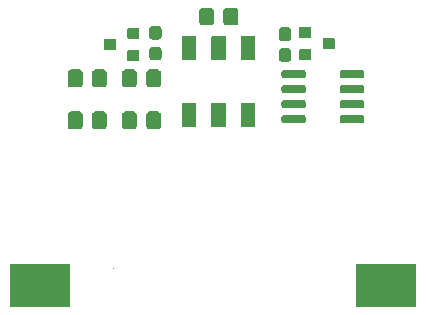
<source format=gbr>
G04 #@! TF.GenerationSoftware,KiCad,Pcbnew,9.0.1*
G04 #@! TF.CreationDate,2025-04-09T17:44:43+02:00*
G04 #@! TF.ProjectId,SMDChaser0805-0603,534d4443-6861-4736-9572-303830352d30,rev?*
G04 #@! TF.SameCoordinates,Original*
G04 #@! TF.FileFunction,Soldermask,Bot*
G04 #@! TF.FilePolarity,Negative*
%FSLAX46Y46*%
G04 Gerber Fmt 4.6, Leading zero omitted, Abs format (unit mm)*
G04 Created by KiCad (PCBNEW 9.0.1) date 2025-04-09 17:44:43*
%MOMM*%
%LPD*%
G01*
G04 APERTURE LIST*
G04 APERTURE END LIST*
G36*
X58684597Y-94338402D02*
G01*
X58701142Y-94349458D01*
X58712198Y-94366003D01*
X58716080Y-94385520D01*
X58716080Y-97985520D01*
X58712198Y-98005037D01*
X58701142Y-98021582D01*
X58684597Y-98032638D01*
X58665080Y-98036520D01*
X53665080Y-98036520D01*
X53645563Y-98032638D01*
X53629018Y-98021582D01*
X53617962Y-98005037D01*
X53614080Y-97985520D01*
X53614080Y-94385520D01*
X53617962Y-94366003D01*
X53629018Y-94349458D01*
X53645563Y-94338402D01*
X53665080Y-94334520D01*
X58665080Y-94334520D01*
X58684597Y-94338402D01*
G37*
G36*
X87984597Y-94338402D02*
G01*
X88001142Y-94349458D01*
X88012198Y-94366003D01*
X88016080Y-94385520D01*
X88016080Y-97985520D01*
X88012198Y-98005037D01*
X88001142Y-98021582D01*
X87984597Y-98032638D01*
X87965080Y-98036520D01*
X82965080Y-98036520D01*
X82945563Y-98032638D01*
X82929018Y-98021582D01*
X82917962Y-98005037D01*
X82914080Y-97985520D01*
X82914080Y-94385520D01*
X82917962Y-94366003D01*
X82929018Y-94349458D01*
X82945563Y-94338402D01*
X82965080Y-94334520D01*
X87965080Y-94334520D01*
X87984597Y-94338402D01*
G37*
G36*
X62377224Y-94660268D02*
G01*
X62381635Y-94660585D01*
X62389973Y-94665944D01*
X62427282Y-94703249D01*
X62435789Y-94718827D01*
X62436456Y-94719494D01*
X62436168Y-94719781D01*
X62435854Y-94724186D01*
X62430493Y-94732529D01*
X62393180Y-94769852D01*
X62377607Y-94778356D01*
X62376938Y-94779027D01*
X62376649Y-94778738D01*
X62372251Y-94778425D01*
X62363899Y-94773058D01*
X62326577Y-94735736D01*
X62318071Y-94720160D01*
X62317405Y-94719494D01*
X62317691Y-94719207D01*
X62318006Y-94714809D01*
X62323377Y-94706453D01*
X62360692Y-94669151D01*
X62376272Y-94660647D01*
X62376938Y-94659982D01*
X62377224Y-94660268D01*
G37*
G36*
X59518354Y-81441335D02*
G01*
X59534166Y-81448316D01*
X59541971Y-81449553D01*
X59574479Y-81466116D01*
X59619546Y-81486016D01*
X59697764Y-81564234D01*
X59717666Y-81609307D01*
X59734226Y-81641808D01*
X59735461Y-81649610D01*
X59742445Y-81665426D01*
X59750440Y-81734340D01*
X59750440Y-82634340D01*
X59742445Y-82703254D01*
X59735461Y-82719069D01*
X59734226Y-82726871D01*
X59717669Y-82759364D01*
X59697764Y-82804446D01*
X59619546Y-82882664D01*
X59574464Y-82902569D01*
X59541971Y-82919126D01*
X59534169Y-82920361D01*
X59518354Y-82927345D01*
X59449440Y-82935340D01*
X58799440Y-82935340D01*
X58730526Y-82927345D01*
X58714710Y-82920361D01*
X58706908Y-82919126D01*
X58674407Y-82902566D01*
X58629334Y-82882664D01*
X58551116Y-82804446D01*
X58531216Y-82759379D01*
X58514653Y-82726871D01*
X58513416Y-82719066D01*
X58506435Y-82703254D01*
X58498440Y-82634340D01*
X58498440Y-81734340D01*
X58506435Y-81665426D01*
X58513416Y-81649614D01*
X58514653Y-81641808D01*
X58531220Y-81609293D01*
X58551116Y-81564234D01*
X58629334Y-81486016D01*
X58674393Y-81466120D01*
X58706908Y-81449553D01*
X58714714Y-81448316D01*
X58730526Y-81441335D01*
X58799440Y-81433340D01*
X59449440Y-81433340D01*
X59518354Y-81441335D01*
G37*
G36*
X61568354Y-81441335D02*
G01*
X61584166Y-81448316D01*
X61591971Y-81449553D01*
X61624479Y-81466116D01*
X61669546Y-81486016D01*
X61747764Y-81564234D01*
X61767666Y-81609307D01*
X61784226Y-81641808D01*
X61785461Y-81649610D01*
X61792445Y-81665426D01*
X61800440Y-81734340D01*
X61800440Y-82634340D01*
X61792445Y-82703254D01*
X61785461Y-82719069D01*
X61784226Y-82726871D01*
X61767669Y-82759364D01*
X61747764Y-82804446D01*
X61669546Y-82882664D01*
X61624464Y-82902569D01*
X61591971Y-82919126D01*
X61584169Y-82920361D01*
X61568354Y-82927345D01*
X61499440Y-82935340D01*
X60849440Y-82935340D01*
X60780526Y-82927345D01*
X60764710Y-82920361D01*
X60756908Y-82919126D01*
X60724407Y-82902566D01*
X60679334Y-82882664D01*
X60601116Y-82804446D01*
X60581216Y-82759379D01*
X60564653Y-82726871D01*
X60563416Y-82719066D01*
X60556435Y-82703254D01*
X60548440Y-82634340D01*
X60548440Y-81734340D01*
X60556435Y-81665426D01*
X60563416Y-81649614D01*
X60564653Y-81641808D01*
X60581220Y-81609293D01*
X60601116Y-81564234D01*
X60679334Y-81486016D01*
X60724393Y-81466120D01*
X60756908Y-81449553D01*
X60764714Y-81448316D01*
X60780526Y-81441335D01*
X60849440Y-81433340D01*
X61499440Y-81433340D01*
X61568354Y-81441335D01*
G37*
G36*
X64105354Y-81441335D02*
G01*
X64121166Y-81448316D01*
X64128971Y-81449553D01*
X64161479Y-81466116D01*
X64206546Y-81486016D01*
X64284764Y-81564234D01*
X64304666Y-81609307D01*
X64321226Y-81641808D01*
X64322461Y-81649610D01*
X64329445Y-81665426D01*
X64337440Y-81734340D01*
X64337440Y-82634340D01*
X64329445Y-82703254D01*
X64322461Y-82719069D01*
X64321226Y-82726871D01*
X64304669Y-82759364D01*
X64284764Y-82804446D01*
X64206546Y-82882664D01*
X64161464Y-82902569D01*
X64128971Y-82919126D01*
X64121169Y-82920361D01*
X64105354Y-82927345D01*
X64036440Y-82935340D01*
X63386440Y-82935340D01*
X63317526Y-82927345D01*
X63301710Y-82920361D01*
X63293908Y-82919126D01*
X63261407Y-82902566D01*
X63216334Y-82882664D01*
X63138116Y-82804446D01*
X63118216Y-82759379D01*
X63101653Y-82726871D01*
X63100416Y-82719066D01*
X63093435Y-82703254D01*
X63085440Y-82634340D01*
X63085440Y-81734340D01*
X63093435Y-81665426D01*
X63100416Y-81649614D01*
X63101653Y-81641808D01*
X63118220Y-81609293D01*
X63138116Y-81564234D01*
X63216334Y-81486016D01*
X63261393Y-81466120D01*
X63293908Y-81449553D01*
X63301714Y-81448316D01*
X63317526Y-81441335D01*
X63386440Y-81433340D01*
X64036440Y-81433340D01*
X64105354Y-81441335D01*
G37*
G36*
X66155354Y-81441335D02*
G01*
X66171166Y-81448316D01*
X66178971Y-81449553D01*
X66211479Y-81466116D01*
X66256546Y-81486016D01*
X66334764Y-81564234D01*
X66354666Y-81609307D01*
X66371226Y-81641808D01*
X66372461Y-81649610D01*
X66379445Y-81665426D01*
X66387440Y-81734340D01*
X66387440Y-82634340D01*
X66379445Y-82703254D01*
X66372461Y-82719069D01*
X66371226Y-82726871D01*
X66354669Y-82759364D01*
X66334764Y-82804446D01*
X66256546Y-82882664D01*
X66211464Y-82902569D01*
X66178971Y-82919126D01*
X66171169Y-82920361D01*
X66155354Y-82927345D01*
X66086440Y-82935340D01*
X65436440Y-82935340D01*
X65367526Y-82927345D01*
X65351710Y-82920361D01*
X65343908Y-82919126D01*
X65311407Y-82902566D01*
X65266334Y-82882664D01*
X65188116Y-82804446D01*
X65168216Y-82759379D01*
X65151653Y-82726871D01*
X65150416Y-82719066D01*
X65143435Y-82703254D01*
X65135440Y-82634340D01*
X65135440Y-81734340D01*
X65143435Y-81665426D01*
X65150416Y-81649614D01*
X65151653Y-81641808D01*
X65168220Y-81609293D01*
X65188116Y-81564234D01*
X65266334Y-81486016D01*
X65311393Y-81466120D01*
X65343908Y-81449553D01*
X65351714Y-81448316D01*
X65367526Y-81441335D01*
X65436440Y-81433340D01*
X66086440Y-81433340D01*
X66155354Y-81441335D01*
G37*
G36*
X69329777Y-80714222D02*
G01*
X69346322Y-80725278D01*
X69357378Y-80741823D01*
X69361260Y-80761340D01*
X69361260Y-82711340D01*
X69357378Y-82730857D01*
X69346322Y-82747402D01*
X69329777Y-82758458D01*
X69310260Y-82762340D01*
X68210260Y-82762340D01*
X68190743Y-82758458D01*
X68174198Y-82747402D01*
X68163142Y-82730857D01*
X68159260Y-82711340D01*
X68159260Y-80761340D01*
X68163142Y-80741823D01*
X68174198Y-80725278D01*
X68190743Y-80714222D01*
X68210260Y-80710340D01*
X69310260Y-80710340D01*
X69329777Y-80714222D01*
G37*
G36*
X71829777Y-80714222D02*
G01*
X71846322Y-80725278D01*
X71857378Y-80741823D01*
X71861260Y-80761340D01*
X71861260Y-82711340D01*
X71857378Y-82730857D01*
X71846322Y-82747402D01*
X71829777Y-82758458D01*
X71810260Y-82762340D01*
X70710260Y-82762340D01*
X70690743Y-82758458D01*
X70674198Y-82747402D01*
X70663142Y-82730857D01*
X70659260Y-82711340D01*
X70659260Y-80761340D01*
X70663142Y-80741823D01*
X70674198Y-80725278D01*
X70690743Y-80714222D01*
X70710260Y-80710340D01*
X71810260Y-80710340D01*
X71829777Y-80714222D01*
G37*
G36*
X74329777Y-80714222D02*
G01*
X74346322Y-80725278D01*
X74357378Y-80741823D01*
X74361260Y-80761340D01*
X74361260Y-82711340D01*
X74357378Y-82730857D01*
X74346322Y-82747402D01*
X74329777Y-82758458D01*
X74310260Y-82762340D01*
X73210260Y-82762340D01*
X73190743Y-82758458D01*
X73174198Y-82747402D01*
X73163142Y-82730857D01*
X73159260Y-82711340D01*
X73159260Y-80761340D01*
X73163142Y-80741823D01*
X73174198Y-80725278D01*
X73190743Y-80714222D01*
X73210260Y-80710340D01*
X74310260Y-80710340D01*
X74329777Y-80714222D01*
G37*
G36*
X78452480Y-81749530D02*
G01*
X78485427Y-81753868D01*
X78493714Y-81757732D01*
X78513359Y-81761640D01*
X78539378Y-81779026D01*
X78550620Y-81784268D01*
X78557459Y-81791107D01*
X78578568Y-81805212D01*
X78592672Y-81826320D01*
X78599511Y-81833159D01*
X78604752Y-81844398D01*
X78622140Y-81870421D01*
X78626047Y-81890067D01*
X78629911Y-81898352D01*
X78634246Y-81931286D01*
X78637440Y-81947340D01*
X78637440Y-82247340D01*
X78634246Y-82263394D01*
X78629911Y-82296327D01*
X78626048Y-82304610D01*
X78622140Y-82324259D01*
X78604750Y-82350283D01*
X78599511Y-82361520D01*
X78592674Y-82368356D01*
X78578568Y-82389468D01*
X78557456Y-82403574D01*
X78550620Y-82410411D01*
X78539383Y-82415650D01*
X78513359Y-82433040D01*
X78493710Y-82436948D01*
X78485427Y-82440811D01*
X78452494Y-82445146D01*
X78436440Y-82448340D01*
X76786440Y-82448340D01*
X76770386Y-82445146D01*
X76737452Y-82440811D01*
X76729167Y-82436947D01*
X76709521Y-82433040D01*
X76683498Y-82415652D01*
X76672259Y-82410411D01*
X76665420Y-82403572D01*
X76644312Y-82389468D01*
X76630207Y-82368359D01*
X76623368Y-82361520D01*
X76618126Y-82350278D01*
X76600740Y-82324259D01*
X76596832Y-82304614D01*
X76592968Y-82296327D01*
X76588630Y-82263380D01*
X76585440Y-82247340D01*
X76585440Y-81947340D01*
X76588630Y-81931301D01*
X76592968Y-81898352D01*
X76596832Y-81890063D01*
X76600740Y-81870421D01*
X76618124Y-81844403D01*
X76623368Y-81833159D01*
X76630209Y-81826317D01*
X76644312Y-81805212D01*
X76665417Y-81791109D01*
X76672259Y-81784268D01*
X76683503Y-81779024D01*
X76709521Y-81761640D01*
X76729163Y-81757732D01*
X76737452Y-81753868D01*
X76770401Y-81749530D01*
X76786440Y-81746340D01*
X78436440Y-81746340D01*
X78452480Y-81749530D01*
G37*
G36*
X83402480Y-81749530D02*
G01*
X83435427Y-81753868D01*
X83443714Y-81757732D01*
X83463359Y-81761640D01*
X83489378Y-81779026D01*
X83500620Y-81784268D01*
X83507459Y-81791107D01*
X83528568Y-81805212D01*
X83542672Y-81826320D01*
X83549511Y-81833159D01*
X83554752Y-81844398D01*
X83572140Y-81870421D01*
X83576047Y-81890067D01*
X83579911Y-81898352D01*
X83584246Y-81931286D01*
X83587440Y-81947340D01*
X83587440Y-82247340D01*
X83584246Y-82263394D01*
X83579911Y-82296327D01*
X83576048Y-82304610D01*
X83572140Y-82324259D01*
X83554750Y-82350283D01*
X83549511Y-82361520D01*
X83542674Y-82368356D01*
X83528568Y-82389468D01*
X83507456Y-82403574D01*
X83500620Y-82410411D01*
X83489383Y-82415650D01*
X83463359Y-82433040D01*
X83443710Y-82436948D01*
X83435427Y-82440811D01*
X83402494Y-82445146D01*
X83386440Y-82448340D01*
X81736440Y-82448340D01*
X81720386Y-82445146D01*
X81687452Y-82440811D01*
X81679167Y-82436947D01*
X81659521Y-82433040D01*
X81633498Y-82415652D01*
X81622259Y-82410411D01*
X81615420Y-82403572D01*
X81594312Y-82389468D01*
X81580207Y-82368359D01*
X81573368Y-82361520D01*
X81568126Y-82350278D01*
X81550740Y-82324259D01*
X81546832Y-82304614D01*
X81542968Y-82296327D01*
X81538630Y-82263380D01*
X81535440Y-82247340D01*
X81535440Y-81947340D01*
X81538630Y-81931301D01*
X81542968Y-81898352D01*
X81546832Y-81890063D01*
X81550740Y-81870421D01*
X81568124Y-81844403D01*
X81573368Y-81833159D01*
X81580209Y-81826317D01*
X81594312Y-81805212D01*
X81615417Y-81791109D01*
X81622259Y-81784268D01*
X81633503Y-81779024D01*
X81659521Y-81761640D01*
X81679163Y-81757732D01*
X81687452Y-81753868D01*
X81720401Y-81749530D01*
X81736440Y-81746340D01*
X83386440Y-81746340D01*
X83402480Y-81749530D01*
G37*
G36*
X78452480Y-80479530D02*
G01*
X78485427Y-80483868D01*
X78493714Y-80487732D01*
X78513359Y-80491640D01*
X78539378Y-80509026D01*
X78550620Y-80514268D01*
X78557459Y-80521107D01*
X78578568Y-80535212D01*
X78592672Y-80556320D01*
X78599511Y-80563159D01*
X78604752Y-80574398D01*
X78622140Y-80600421D01*
X78626047Y-80620067D01*
X78629911Y-80628352D01*
X78634246Y-80661286D01*
X78637440Y-80677340D01*
X78637440Y-80977340D01*
X78634246Y-80993394D01*
X78629911Y-81026327D01*
X78626048Y-81034610D01*
X78622140Y-81054259D01*
X78604750Y-81080283D01*
X78599511Y-81091520D01*
X78592674Y-81098356D01*
X78578568Y-81119468D01*
X78557456Y-81133574D01*
X78550620Y-81140411D01*
X78539383Y-81145650D01*
X78513359Y-81163040D01*
X78493710Y-81166948D01*
X78485427Y-81170811D01*
X78452494Y-81175146D01*
X78436440Y-81178340D01*
X76786440Y-81178340D01*
X76770386Y-81175146D01*
X76737452Y-81170811D01*
X76729167Y-81166947D01*
X76709521Y-81163040D01*
X76683498Y-81145652D01*
X76672259Y-81140411D01*
X76665420Y-81133572D01*
X76644312Y-81119468D01*
X76630207Y-81098359D01*
X76623368Y-81091520D01*
X76618126Y-81080278D01*
X76600740Y-81054259D01*
X76596832Y-81034614D01*
X76592968Y-81026327D01*
X76588630Y-80993380D01*
X76585440Y-80977340D01*
X76585440Y-80677340D01*
X76588630Y-80661301D01*
X76592968Y-80628352D01*
X76596832Y-80620063D01*
X76600740Y-80600421D01*
X76618124Y-80574403D01*
X76623368Y-80563159D01*
X76630209Y-80556317D01*
X76644312Y-80535212D01*
X76665417Y-80521109D01*
X76672259Y-80514268D01*
X76683503Y-80509024D01*
X76709521Y-80491640D01*
X76729163Y-80487732D01*
X76737452Y-80483868D01*
X76770401Y-80479530D01*
X76786440Y-80476340D01*
X78436440Y-80476340D01*
X78452480Y-80479530D01*
G37*
G36*
X83402480Y-80479530D02*
G01*
X83435427Y-80483868D01*
X83443714Y-80487732D01*
X83463359Y-80491640D01*
X83489378Y-80509026D01*
X83500620Y-80514268D01*
X83507459Y-80521107D01*
X83528568Y-80535212D01*
X83542672Y-80556320D01*
X83549511Y-80563159D01*
X83554752Y-80574398D01*
X83572140Y-80600421D01*
X83576047Y-80620067D01*
X83579911Y-80628352D01*
X83584246Y-80661286D01*
X83587440Y-80677340D01*
X83587440Y-80977340D01*
X83584246Y-80993394D01*
X83579911Y-81026327D01*
X83576048Y-81034610D01*
X83572140Y-81054259D01*
X83554750Y-81080283D01*
X83549511Y-81091520D01*
X83542674Y-81098356D01*
X83528568Y-81119468D01*
X83507456Y-81133574D01*
X83500620Y-81140411D01*
X83489383Y-81145650D01*
X83463359Y-81163040D01*
X83443710Y-81166948D01*
X83435427Y-81170811D01*
X83402494Y-81175146D01*
X83386440Y-81178340D01*
X81736440Y-81178340D01*
X81720386Y-81175146D01*
X81687452Y-81170811D01*
X81679167Y-81166947D01*
X81659521Y-81163040D01*
X81633498Y-81145652D01*
X81622259Y-81140411D01*
X81615420Y-81133572D01*
X81594312Y-81119468D01*
X81580207Y-81098359D01*
X81573368Y-81091520D01*
X81568126Y-81080278D01*
X81550740Y-81054259D01*
X81546832Y-81034614D01*
X81542968Y-81026327D01*
X81538630Y-80993380D01*
X81535440Y-80977340D01*
X81535440Y-80677340D01*
X81538630Y-80661301D01*
X81542968Y-80628352D01*
X81546832Y-80620063D01*
X81550740Y-80600421D01*
X81568124Y-80574403D01*
X81573368Y-80563159D01*
X81580209Y-80556317D01*
X81594312Y-80535212D01*
X81615417Y-80521109D01*
X81622259Y-80514268D01*
X81633503Y-80509024D01*
X81659521Y-80491640D01*
X81679163Y-80487732D01*
X81687452Y-80483868D01*
X81720401Y-80479530D01*
X81736440Y-80476340D01*
X83386440Y-80476340D01*
X83402480Y-80479530D01*
G37*
G36*
X78452480Y-79209530D02*
G01*
X78485427Y-79213868D01*
X78493714Y-79217732D01*
X78513359Y-79221640D01*
X78539378Y-79239026D01*
X78550620Y-79244268D01*
X78557459Y-79251107D01*
X78578568Y-79265212D01*
X78592672Y-79286320D01*
X78599511Y-79293159D01*
X78604752Y-79304398D01*
X78622140Y-79330421D01*
X78626047Y-79350067D01*
X78629911Y-79358352D01*
X78634246Y-79391286D01*
X78637440Y-79407340D01*
X78637440Y-79707340D01*
X78634246Y-79723394D01*
X78629911Y-79756327D01*
X78626048Y-79764610D01*
X78622140Y-79784259D01*
X78604750Y-79810283D01*
X78599511Y-79821520D01*
X78592674Y-79828356D01*
X78578568Y-79849468D01*
X78557456Y-79863574D01*
X78550620Y-79870411D01*
X78539383Y-79875650D01*
X78513359Y-79893040D01*
X78493710Y-79896948D01*
X78485427Y-79900811D01*
X78452494Y-79905146D01*
X78436440Y-79908340D01*
X76786440Y-79908340D01*
X76770386Y-79905146D01*
X76737452Y-79900811D01*
X76729167Y-79896947D01*
X76709521Y-79893040D01*
X76683498Y-79875652D01*
X76672259Y-79870411D01*
X76665420Y-79863572D01*
X76644312Y-79849468D01*
X76630207Y-79828359D01*
X76623368Y-79821520D01*
X76618126Y-79810278D01*
X76600740Y-79784259D01*
X76596832Y-79764614D01*
X76592968Y-79756327D01*
X76588630Y-79723380D01*
X76585440Y-79707340D01*
X76585440Y-79407340D01*
X76588630Y-79391301D01*
X76592968Y-79358352D01*
X76596832Y-79350063D01*
X76600740Y-79330421D01*
X76618124Y-79304403D01*
X76623368Y-79293159D01*
X76630209Y-79286317D01*
X76644312Y-79265212D01*
X76665417Y-79251109D01*
X76672259Y-79244268D01*
X76683503Y-79239024D01*
X76709521Y-79221640D01*
X76729163Y-79217732D01*
X76737452Y-79213868D01*
X76770401Y-79209530D01*
X76786440Y-79206340D01*
X78436440Y-79206340D01*
X78452480Y-79209530D01*
G37*
G36*
X83402480Y-79209530D02*
G01*
X83435427Y-79213868D01*
X83443714Y-79217732D01*
X83463359Y-79221640D01*
X83489378Y-79239026D01*
X83500620Y-79244268D01*
X83507459Y-79251107D01*
X83528568Y-79265212D01*
X83542672Y-79286320D01*
X83549511Y-79293159D01*
X83554752Y-79304398D01*
X83572140Y-79330421D01*
X83576047Y-79350067D01*
X83579911Y-79358352D01*
X83584246Y-79391286D01*
X83587440Y-79407340D01*
X83587440Y-79707340D01*
X83584246Y-79723394D01*
X83579911Y-79756327D01*
X83576048Y-79764610D01*
X83572140Y-79784259D01*
X83554750Y-79810283D01*
X83549511Y-79821520D01*
X83542674Y-79828356D01*
X83528568Y-79849468D01*
X83507456Y-79863574D01*
X83500620Y-79870411D01*
X83489383Y-79875650D01*
X83463359Y-79893040D01*
X83443710Y-79896948D01*
X83435427Y-79900811D01*
X83402494Y-79905146D01*
X83386440Y-79908340D01*
X81736440Y-79908340D01*
X81720386Y-79905146D01*
X81687452Y-79900811D01*
X81679167Y-79896947D01*
X81659521Y-79893040D01*
X81633498Y-79875652D01*
X81622259Y-79870411D01*
X81615420Y-79863572D01*
X81594312Y-79849468D01*
X81580207Y-79828359D01*
X81573368Y-79821520D01*
X81568126Y-79810278D01*
X81550740Y-79784259D01*
X81546832Y-79764614D01*
X81542968Y-79756327D01*
X81538630Y-79723380D01*
X81535440Y-79707340D01*
X81535440Y-79407340D01*
X81538630Y-79391301D01*
X81542968Y-79358352D01*
X81546832Y-79350063D01*
X81550740Y-79330421D01*
X81568124Y-79304403D01*
X81573368Y-79293159D01*
X81580209Y-79286317D01*
X81594312Y-79265212D01*
X81615417Y-79251109D01*
X81622259Y-79244268D01*
X81633503Y-79239024D01*
X81659521Y-79221640D01*
X81679163Y-79217732D01*
X81687452Y-79213868D01*
X81720401Y-79209530D01*
X81736440Y-79206340D01*
X83386440Y-79206340D01*
X83402480Y-79209530D01*
G37*
G36*
X59518354Y-77885335D02*
G01*
X59534166Y-77892316D01*
X59541971Y-77893553D01*
X59574479Y-77910116D01*
X59619546Y-77930016D01*
X59697764Y-78008234D01*
X59717666Y-78053307D01*
X59734226Y-78085808D01*
X59735461Y-78093610D01*
X59742445Y-78109426D01*
X59750440Y-78178340D01*
X59750440Y-79078340D01*
X59742445Y-79147254D01*
X59735461Y-79163069D01*
X59734226Y-79170871D01*
X59717669Y-79203364D01*
X59697764Y-79248446D01*
X59619546Y-79326664D01*
X59574464Y-79346569D01*
X59541971Y-79363126D01*
X59534169Y-79364361D01*
X59518354Y-79371345D01*
X59449440Y-79379340D01*
X58799440Y-79379340D01*
X58730526Y-79371345D01*
X58714710Y-79364361D01*
X58706908Y-79363126D01*
X58674407Y-79346566D01*
X58629334Y-79326664D01*
X58551116Y-79248446D01*
X58531216Y-79203379D01*
X58514653Y-79170871D01*
X58513416Y-79163066D01*
X58506435Y-79147254D01*
X58498440Y-79078340D01*
X58498440Y-78178340D01*
X58506435Y-78109426D01*
X58513416Y-78093614D01*
X58514653Y-78085808D01*
X58531220Y-78053293D01*
X58551116Y-78008234D01*
X58629334Y-77930016D01*
X58674393Y-77910120D01*
X58706908Y-77893553D01*
X58714714Y-77892316D01*
X58730526Y-77885335D01*
X58799440Y-77877340D01*
X59449440Y-77877340D01*
X59518354Y-77885335D01*
G37*
G36*
X61568354Y-77885335D02*
G01*
X61584166Y-77892316D01*
X61591971Y-77893553D01*
X61624479Y-77910116D01*
X61669546Y-77930016D01*
X61747764Y-78008234D01*
X61767666Y-78053307D01*
X61784226Y-78085808D01*
X61785461Y-78093610D01*
X61792445Y-78109426D01*
X61800440Y-78178340D01*
X61800440Y-79078340D01*
X61792445Y-79147254D01*
X61785461Y-79163069D01*
X61784226Y-79170871D01*
X61767669Y-79203364D01*
X61747764Y-79248446D01*
X61669546Y-79326664D01*
X61624464Y-79346569D01*
X61591971Y-79363126D01*
X61584169Y-79364361D01*
X61568354Y-79371345D01*
X61499440Y-79379340D01*
X60849440Y-79379340D01*
X60780526Y-79371345D01*
X60764710Y-79364361D01*
X60756908Y-79363126D01*
X60724407Y-79346566D01*
X60679334Y-79326664D01*
X60601116Y-79248446D01*
X60581216Y-79203379D01*
X60564653Y-79170871D01*
X60563416Y-79163066D01*
X60556435Y-79147254D01*
X60548440Y-79078340D01*
X60548440Y-78178340D01*
X60556435Y-78109426D01*
X60563416Y-78093614D01*
X60564653Y-78085808D01*
X60581220Y-78053293D01*
X60601116Y-78008234D01*
X60679334Y-77930016D01*
X60724393Y-77910120D01*
X60756908Y-77893553D01*
X60764714Y-77892316D01*
X60780526Y-77885335D01*
X60849440Y-77877340D01*
X61499440Y-77877340D01*
X61568354Y-77885335D01*
G37*
G36*
X64105354Y-77885335D02*
G01*
X64121166Y-77892316D01*
X64128971Y-77893553D01*
X64161479Y-77910116D01*
X64206546Y-77930016D01*
X64284764Y-78008234D01*
X64304666Y-78053307D01*
X64321226Y-78085808D01*
X64322461Y-78093610D01*
X64329445Y-78109426D01*
X64337440Y-78178340D01*
X64337440Y-79078340D01*
X64329445Y-79147254D01*
X64322461Y-79163069D01*
X64321226Y-79170871D01*
X64304669Y-79203364D01*
X64284764Y-79248446D01*
X64206546Y-79326664D01*
X64161464Y-79346569D01*
X64128971Y-79363126D01*
X64121169Y-79364361D01*
X64105354Y-79371345D01*
X64036440Y-79379340D01*
X63386440Y-79379340D01*
X63317526Y-79371345D01*
X63301710Y-79364361D01*
X63293908Y-79363126D01*
X63261407Y-79346566D01*
X63216334Y-79326664D01*
X63138116Y-79248446D01*
X63118216Y-79203379D01*
X63101653Y-79170871D01*
X63100416Y-79163066D01*
X63093435Y-79147254D01*
X63085440Y-79078340D01*
X63085440Y-78178340D01*
X63093435Y-78109426D01*
X63100416Y-78093614D01*
X63101653Y-78085808D01*
X63118220Y-78053293D01*
X63138116Y-78008234D01*
X63216334Y-77930016D01*
X63261393Y-77910120D01*
X63293908Y-77893553D01*
X63301714Y-77892316D01*
X63317526Y-77885335D01*
X63386440Y-77877340D01*
X64036440Y-77877340D01*
X64105354Y-77885335D01*
G37*
G36*
X66155354Y-77885335D02*
G01*
X66171166Y-77892316D01*
X66178971Y-77893553D01*
X66211479Y-77910116D01*
X66256546Y-77930016D01*
X66334764Y-78008234D01*
X66354666Y-78053307D01*
X66371226Y-78085808D01*
X66372461Y-78093610D01*
X66379445Y-78109426D01*
X66387440Y-78178340D01*
X66387440Y-79078340D01*
X66379445Y-79147254D01*
X66372461Y-79163069D01*
X66371226Y-79170871D01*
X66354669Y-79203364D01*
X66334764Y-79248446D01*
X66256546Y-79326664D01*
X66211464Y-79346569D01*
X66178971Y-79363126D01*
X66171169Y-79364361D01*
X66155354Y-79371345D01*
X66086440Y-79379340D01*
X65436440Y-79379340D01*
X65367526Y-79371345D01*
X65351710Y-79364361D01*
X65343908Y-79363126D01*
X65311407Y-79346566D01*
X65266334Y-79326664D01*
X65188116Y-79248446D01*
X65168216Y-79203379D01*
X65151653Y-79170871D01*
X65150416Y-79163066D01*
X65143435Y-79147254D01*
X65135440Y-79078340D01*
X65135440Y-78178340D01*
X65143435Y-78109426D01*
X65150416Y-78093614D01*
X65151653Y-78085808D01*
X65168220Y-78053293D01*
X65188116Y-78008234D01*
X65266334Y-77930016D01*
X65311393Y-77910120D01*
X65343908Y-77893553D01*
X65351714Y-77892316D01*
X65367526Y-77885335D01*
X65436440Y-77877340D01*
X66086440Y-77877340D01*
X66155354Y-77885335D01*
G37*
G36*
X78452480Y-77939530D02*
G01*
X78485427Y-77943868D01*
X78493714Y-77947732D01*
X78513359Y-77951640D01*
X78539378Y-77969026D01*
X78550620Y-77974268D01*
X78557459Y-77981107D01*
X78578568Y-77995212D01*
X78592672Y-78016320D01*
X78599511Y-78023159D01*
X78604752Y-78034398D01*
X78622140Y-78060421D01*
X78626047Y-78080067D01*
X78629911Y-78088352D01*
X78634246Y-78121286D01*
X78637440Y-78137340D01*
X78637440Y-78437340D01*
X78634246Y-78453394D01*
X78629911Y-78486327D01*
X78626048Y-78494610D01*
X78622140Y-78514259D01*
X78604750Y-78540283D01*
X78599511Y-78551520D01*
X78592674Y-78558356D01*
X78578568Y-78579468D01*
X78557456Y-78593574D01*
X78550620Y-78600411D01*
X78539383Y-78605650D01*
X78513359Y-78623040D01*
X78493710Y-78626948D01*
X78485427Y-78630811D01*
X78452494Y-78635146D01*
X78436440Y-78638340D01*
X76786440Y-78638340D01*
X76770386Y-78635146D01*
X76737452Y-78630811D01*
X76729167Y-78626947D01*
X76709521Y-78623040D01*
X76683498Y-78605652D01*
X76672259Y-78600411D01*
X76665420Y-78593572D01*
X76644312Y-78579468D01*
X76630207Y-78558359D01*
X76623368Y-78551520D01*
X76618126Y-78540278D01*
X76600740Y-78514259D01*
X76596832Y-78494614D01*
X76592968Y-78486327D01*
X76588630Y-78453380D01*
X76585440Y-78437340D01*
X76585440Y-78137340D01*
X76588630Y-78121301D01*
X76592968Y-78088352D01*
X76596832Y-78080063D01*
X76600740Y-78060421D01*
X76618124Y-78034403D01*
X76623368Y-78023159D01*
X76630209Y-78016317D01*
X76644312Y-77995212D01*
X76665417Y-77981109D01*
X76672259Y-77974268D01*
X76683503Y-77969024D01*
X76709521Y-77951640D01*
X76729163Y-77947732D01*
X76737452Y-77943868D01*
X76770401Y-77939530D01*
X76786440Y-77936340D01*
X78436440Y-77936340D01*
X78452480Y-77939530D01*
G37*
G36*
X83402480Y-77939530D02*
G01*
X83435427Y-77943868D01*
X83443714Y-77947732D01*
X83463359Y-77951640D01*
X83489378Y-77969026D01*
X83500620Y-77974268D01*
X83507459Y-77981107D01*
X83528568Y-77995212D01*
X83542672Y-78016320D01*
X83549511Y-78023159D01*
X83554752Y-78034398D01*
X83572140Y-78060421D01*
X83576047Y-78080067D01*
X83579911Y-78088352D01*
X83584246Y-78121286D01*
X83587440Y-78137340D01*
X83587440Y-78437340D01*
X83584246Y-78453394D01*
X83579911Y-78486327D01*
X83576048Y-78494610D01*
X83572140Y-78514259D01*
X83554750Y-78540283D01*
X83549511Y-78551520D01*
X83542674Y-78558356D01*
X83528568Y-78579468D01*
X83507456Y-78593574D01*
X83500620Y-78600411D01*
X83489383Y-78605650D01*
X83463359Y-78623040D01*
X83443710Y-78626948D01*
X83435427Y-78630811D01*
X83402494Y-78635146D01*
X83386440Y-78638340D01*
X81736440Y-78638340D01*
X81720386Y-78635146D01*
X81687452Y-78630811D01*
X81679167Y-78626947D01*
X81659521Y-78623040D01*
X81633498Y-78605652D01*
X81622259Y-78600411D01*
X81615420Y-78593572D01*
X81594312Y-78579468D01*
X81580207Y-78558359D01*
X81573368Y-78551520D01*
X81568126Y-78540278D01*
X81550740Y-78514259D01*
X81546832Y-78494614D01*
X81542968Y-78486327D01*
X81538630Y-78453380D01*
X81535440Y-78437340D01*
X81535440Y-78137340D01*
X81538630Y-78121301D01*
X81542968Y-78088352D01*
X81546832Y-78080063D01*
X81550740Y-78060421D01*
X81568124Y-78034403D01*
X81573368Y-78023159D01*
X81580209Y-78016317D01*
X81594312Y-77995212D01*
X81615417Y-77981109D01*
X81622259Y-77974268D01*
X81633503Y-77969024D01*
X81659521Y-77951640D01*
X81679163Y-77947732D01*
X81687452Y-77943868D01*
X81720401Y-77939530D01*
X81736440Y-77936340D01*
X83386440Y-77936340D01*
X83402480Y-77939530D01*
G37*
G36*
X77184152Y-76075663D02*
G01*
X77199534Y-76082455D01*
X77206770Y-76083601D01*
X77236902Y-76098954D01*
X77281142Y-76118488D01*
X77356112Y-76193458D01*
X77375648Y-76237704D01*
X77390998Y-76267829D01*
X77392143Y-76275062D01*
X77398937Y-76290448D01*
X77406600Y-76356500D01*
X77406600Y-76931500D01*
X77398937Y-76997552D01*
X77392143Y-77012938D01*
X77390998Y-77020170D01*
X77375652Y-77050287D01*
X77356112Y-77094542D01*
X77281142Y-77169512D01*
X77236887Y-77189052D01*
X77206770Y-77204398D01*
X77199538Y-77205543D01*
X77184152Y-77212337D01*
X77118100Y-77220000D01*
X76643100Y-77220000D01*
X76577048Y-77212337D01*
X76561662Y-77205543D01*
X76554429Y-77204398D01*
X76524304Y-77189048D01*
X76480058Y-77169512D01*
X76405088Y-77094542D01*
X76385554Y-77050302D01*
X76370201Y-77020170D01*
X76369055Y-77012934D01*
X76362263Y-76997552D01*
X76354600Y-76931500D01*
X76354600Y-76356500D01*
X76362263Y-76290448D01*
X76369054Y-76275065D01*
X76370201Y-76267829D01*
X76385557Y-76237690D01*
X76405088Y-76193458D01*
X76480058Y-76118488D01*
X76524290Y-76098957D01*
X76554429Y-76083601D01*
X76561665Y-76082454D01*
X76577048Y-76075663D01*
X76643100Y-76068000D01*
X77118100Y-76068000D01*
X77184152Y-76075663D01*
G37*
G36*
X64516517Y-76271882D02*
G01*
X64533062Y-76282938D01*
X64544118Y-76299483D01*
X64548000Y-76319000D01*
X64548000Y-77119000D01*
X64544118Y-77138517D01*
X64533062Y-77155062D01*
X64516517Y-77166118D01*
X64497000Y-77170000D01*
X63597000Y-77170000D01*
X63577483Y-77166118D01*
X63560938Y-77155062D01*
X63549882Y-77138517D01*
X63546000Y-77119000D01*
X63546000Y-76319000D01*
X63549882Y-76299483D01*
X63560938Y-76282938D01*
X63577483Y-76271882D01*
X63597000Y-76268000D01*
X64497000Y-76268000D01*
X64516517Y-76271882D01*
G37*
G36*
X69329777Y-75064222D02*
G01*
X69346322Y-75075278D01*
X69357378Y-75091823D01*
X69361260Y-75111340D01*
X69361260Y-77061340D01*
X69357378Y-77080857D01*
X69346322Y-77097402D01*
X69329777Y-77108458D01*
X69310260Y-77112340D01*
X68210260Y-77112340D01*
X68190743Y-77108458D01*
X68174198Y-77097402D01*
X68163142Y-77080857D01*
X68159260Y-77061340D01*
X68159260Y-75111340D01*
X68163142Y-75091823D01*
X68174198Y-75075278D01*
X68190743Y-75064222D01*
X68210260Y-75060340D01*
X69310260Y-75060340D01*
X69329777Y-75064222D01*
G37*
G36*
X71829777Y-75064222D02*
G01*
X71846322Y-75075278D01*
X71857378Y-75091823D01*
X71861260Y-75111340D01*
X71861260Y-77061340D01*
X71857378Y-77080857D01*
X71846322Y-77097402D01*
X71829777Y-77108458D01*
X71810260Y-77112340D01*
X70710260Y-77112340D01*
X70690743Y-77108458D01*
X70674198Y-77097402D01*
X70663142Y-77080857D01*
X70659260Y-77061340D01*
X70659260Y-75111340D01*
X70663142Y-75091823D01*
X70674198Y-75075278D01*
X70690743Y-75064222D01*
X70710260Y-75060340D01*
X71810260Y-75060340D01*
X71829777Y-75064222D01*
G37*
G36*
X74329777Y-75064222D02*
G01*
X74346322Y-75075278D01*
X74357378Y-75091823D01*
X74361260Y-75111340D01*
X74361260Y-77061340D01*
X74357378Y-77080857D01*
X74346322Y-77097402D01*
X74329777Y-77108458D01*
X74310260Y-77112340D01*
X73210260Y-77112340D01*
X73190743Y-77108458D01*
X73174198Y-77097402D01*
X73163142Y-77080857D01*
X73159260Y-77061340D01*
X73159260Y-75111340D01*
X73163142Y-75091823D01*
X73174198Y-75075278D01*
X73190743Y-75064222D01*
X73210260Y-75060340D01*
X74310260Y-75060340D01*
X74329777Y-75064222D01*
G37*
G36*
X66211352Y-75960063D02*
G01*
X66226734Y-75966855D01*
X66233970Y-75968001D01*
X66264102Y-75983354D01*
X66308342Y-76002888D01*
X66383312Y-76077858D01*
X66402848Y-76122104D01*
X66418198Y-76152229D01*
X66419343Y-76159462D01*
X66426137Y-76174848D01*
X66433800Y-76240900D01*
X66433800Y-76815900D01*
X66426137Y-76881952D01*
X66419343Y-76897338D01*
X66418198Y-76904570D01*
X66402852Y-76934687D01*
X66383312Y-76978942D01*
X66308342Y-77053912D01*
X66264087Y-77073452D01*
X66233970Y-77088798D01*
X66226738Y-77089943D01*
X66211352Y-77096737D01*
X66145300Y-77104400D01*
X65670300Y-77104400D01*
X65604248Y-77096737D01*
X65588862Y-77089943D01*
X65581629Y-77088798D01*
X65551504Y-77073448D01*
X65507258Y-77053912D01*
X65432288Y-76978942D01*
X65412754Y-76934702D01*
X65397401Y-76904570D01*
X65396255Y-76897334D01*
X65389463Y-76881952D01*
X65381800Y-76815900D01*
X65381800Y-76240900D01*
X65389463Y-76174848D01*
X65396254Y-76159465D01*
X65397401Y-76152229D01*
X65412757Y-76122090D01*
X65432288Y-76077858D01*
X65507258Y-76002888D01*
X65551490Y-75983357D01*
X65581629Y-75968001D01*
X65588865Y-75966854D01*
X65604248Y-75960063D01*
X65670300Y-75952400D01*
X66145300Y-75952400D01*
X66211352Y-75960063D01*
G37*
G36*
X79051917Y-76185482D02*
G01*
X79068462Y-76196538D01*
X79079518Y-76213083D01*
X79083400Y-76232600D01*
X79083400Y-77032600D01*
X79079518Y-77052117D01*
X79068462Y-77068662D01*
X79051917Y-77079718D01*
X79032400Y-77083600D01*
X78132400Y-77083600D01*
X78112883Y-77079718D01*
X78096338Y-77068662D01*
X78085282Y-77052117D01*
X78081400Y-77032600D01*
X78081400Y-76232600D01*
X78085282Y-76213083D01*
X78096338Y-76196538D01*
X78112883Y-76185482D01*
X78132400Y-76181600D01*
X79032400Y-76181600D01*
X79051917Y-76185482D01*
G37*
G36*
X62516517Y-75321882D02*
G01*
X62533062Y-75332938D01*
X62544118Y-75349483D01*
X62548000Y-75369000D01*
X62548000Y-76169000D01*
X62544118Y-76188517D01*
X62533062Y-76205062D01*
X62516517Y-76216118D01*
X62497000Y-76220000D01*
X61597000Y-76220000D01*
X61577483Y-76216118D01*
X61560938Y-76205062D01*
X61549882Y-76188517D01*
X61546000Y-76169000D01*
X61546000Y-75369000D01*
X61549882Y-75349483D01*
X61560938Y-75332938D01*
X61577483Y-75321882D01*
X61597000Y-75318000D01*
X62497000Y-75318000D01*
X62516517Y-75321882D01*
G37*
G36*
X81051917Y-75235482D02*
G01*
X81068462Y-75246538D01*
X81079518Y-75263083D01*
X81083400Y-75282600D01*
X81083400Y-76082600D01*
X81079518Y-76102117D01*
X81068462Y-76118662D01*
X81051917Y-76129718D01*
X81032400Y-76133600D01*
X80132400Y-76133600D01*
X80112883Y-76129718D01*
X80096338Y-76118662D01*
X80085282Y-76102117D01*
X80081400Y-76082600D01*
X80081400Y-75282600D01*
X80085282Y-75263083D01*
X80096338Y-75246538D01*
X80112883Y-75235482D01*
X80132400Y-75231600D01*
X81032400Y-75231600D01*
X81051917Y-75235482D01*
G37*
G36*
X77184152Y-74325663D02*
G01*
X77199534Y-74332455D01*
X77206770Y-74333601D01*
X77236902Y-74348954D01*
X77281142Y-74368488D01*
X77356112Y-74443458D01*
X77375648Y-74487704D01*
X77390998Y-74517829D01*
X77392143Y-74525062D01*
X77398937Y-74540448D01*
X77406600Y-74606500D01*
X77406600Y-75181500D01*
X77398937Y-75247552D01*
X77392143Y-75262938D01*
X77390998Y-75270170D01*
X77375652Y-75300287D01*
X77356112Y-75344542D01*
X77281142Y-75419512D01*
X77236887Y-75439052D01*
X77206770Y-75454398D01*
X77199538Y-75455543D01*
X77184152Y-75462337D01*
X77118100Y-75470000D01*
X76643100Y-75470000D01*
X76577048Y-75462337D01*
X76561662Y-75455543D01*
X76554429Y-75454398D01*
X76524304Y-75439048D01*
X76480058Y-75419512D01*
X76405088Y-75344542D01*
X76385554Y-75300302D01*
X76370201Y-75270170D01*
X76369055Y-75262934D01*
X76362263Y-75247552D01*
X76354600Y-75181500D01*
X76354600Y-74606500D01*
X76362263Y-74540448D01*
X76369054Y-74525065D01*
X76370201Y-74517829D01*
X76385557Y-74487690D01*
X76405088Y-74443458D01*
X76480058Y-74368488D01*
X76524290Y-74348957D01*
X76554429Y-74333601D01*
X76561665Y-74332454D01*
X76577048Y-74325663D01*
X76643100Y-74318000D01*
X77118100Y-74318000D01*
X77184152Y-74325663D01*
G37*
G36*
X66211352Y-74210063D02*
G01*
X66226734Y-74216855D01*
X66233970Y-74218001D01*
X66264102Y-74233354D01*
X66308342Y-74252888D01*
X66383312Y-74327858D01*
X66402848Y-74372104D01*
X66418198Y-74402229D01*
X66419343Y-74409462D01*
X66426137Y-74424848D01*
X66433800Y-74490900D01*
X66433800Y-75065900D01*
X66426137Y-75131952D01*
X66419343Y-75147338D01*
X66418198Y-75154570D01*
X66402852Y-75184687D01*
X66383312Y-75228942D01*
X66308342Y-75303912D01*
X66264087Y-75323452D01*
X66233970Y-75338798D01*
X66226738Y-75339943D01*
X66211352Y-75346737D01*
X66145300Y-75354400D01*
X65670300Y-75354400D01*
X65604248Y-75346737D01*
X65588862Y-75339943D01*
X65581629Y-75338798D01*
X65551504Y-75323448D01*
X65507258Y-75303912D01*
X65432288Y-75228942D01*
X65412754Y-75184702D01*
X65397401Y-75154570D01*
X65396255Y-75147334D01*
X65389463Y-75131952D01*
X65381800Y-75065900D01*
X65381800Y-74490900D01*
X65389463Y-74424848D01*
X65396254Y-74409465D01*
X65397401Y-74402229D01*
X65412757Y-74372090D01*
X65432288Y-74327858D01*
X65507258Y-74252888D01*
X65551490Y-74233357D01*
X65581629Y-74218001D01*
X65588865Y-74216854D01*
X65604248Y-74210063D01*
X65670300Y-74202400D01*
X66145300Y-74202400D01*
X66211352Y-74210063D01*
G37*
G36*
X64516517Y-74371882D02*
G01*
X64533062Y-74382938D01*
X64544118Y-74399483D01*
X64548000Y-74419000D01*
X64548000Y-75219000D01*
X64544118Y-75238517D01*
X64533062Y-75255062D01*
X64516517Y-75266118D01*
X64497000Y-75270000D01*
X63597000Y-75270000D01*
X63577483Y-75266118D01*
X63560938Y-75255062D01*
X63549882Y-75238517D01*
X63546000Y-75219000D01*
X63546000Y-74419000D01*
X63549882Y-74399483D01*
X63560938Y-74382938D01*
X63577483Y-74371882D01*
X63597000Y-74368000D01*
X64497000Y-74368000D01*
X64516517Y-74371882D01*
G37*
G36*
X79051917Y-74285482D02*
G01*
X79068462Y-74296538D01*
X79079518Y-74313083D01*
X79083400Y-74332600D01*
X79083400Y-75132600D01*
X79079518Y-75152117D01*
X79068462Y-75168662D01*
X79051917Y-75179718D01*
X79032400Y-75183600D01*
X78132400Y-75183600D01*
X78112883Y-75179718D01*
X78096338Y-75168662D01*
X78085282Y-75152117D01*
X78081400Y-75132600D01*
X78081400Y-74332600D01*
X78085282Y-74313083D01*
X78096338Y-74296538D01*
X78112883Y-74285482D01*
X78132400Y-74281600D01*
X79032400Y-74281600D01*
X79051917Y-74285482D01*
G37*
G36*
X70636114Y-72663795D02*
G01*
X70651926Y-72670776D01*
X70659731Y-72672013D01*
X70692239Y-72688576D01*
X70737306Y-72708476D01*
X70815524Y-72786694D01*
X70835426Y-72831767D01*
X70851986Y-72864268D01*
X70853221Y-72872070D01*
X70860205Y-72887886D01*
X70868200Y-72956800D01*
X70868200Y-73856800D01*
X70860205Y-73925714D01*
X70853221Y-73941529D01*
X70851986Y-73949331D01*
X70835429Y-73981824D01*
X70815524Y-74026906D01*
X70737306Y-74105124D01*
X70692224Y-74125029D01*
X70659731Y-74141586D01*
X70651929Y-74142821D01*
X70636114Y-74149805D01*
X70567200Y-74157800D01*
X69917200Y-74157800D01*
X69848286Y-74149805D01*
X69832470Y-74142821D01*
X69824668Y-74141586D01*
X69792167Y-74125026D01*
X69747094Y-74105124D01*
X69668876Y-74026906D01*
X69648976Y-73981839D01*
X69632413Y-73949331D01*
X69631176Y-73941526D01*
X69624195Y-73925714D01*
X69616200Y-73856800D01*
X69616200Y-72956800D01*
X69624195Y-72887886D01*
X69631176Y-72872074D01*
X69632413Y-72864268D01*
X69648980Y-72831753D01*
X69668876Y-72786694D01*
X69747094Y-72708476D01*
X69792153Y-72688580D01*
X69824668Y-72672013D01*
X69832474Y-72670776D01*
X69848286Y-72663795D01*
X69917200Y-72655800D01*
X70567200Y-72655800D01*
X70636114Y-72663795D01*
G37*
G36*
X72686114Y-72663795D02*
G01*
X72701926Y-72670776D01*
X72709731Y-72672013D01*
X72742239Y-72688576D01*
X72787306Y-72708476D01*
X72865524Y-72786694D01*
X72885426Y-72831767D01*
X72901986Y-72864268D01*
X72903221Y-72872070D01*
X72910205Y-72887886D01*
X72918200Y-72956800D01*
X72918200Y-73856800D01*
X72910205Y-73925714D01*
X72903221Y-73941529D01*
X72901986Y-73949331D01*
X72885429Y-73981824D01*
X72865524Y-74026906D01*
X72787306Y-74105124D01*
X72742224Y-74125029D01*
X72709731Y-74141586D01*
X72701929Y-74142821D01*
X72686114Y-74149805D01*
X72617200Y-74157800D01*
X71967200Y-74157800D01*
X71898286Y-74149805D01*
X71882470Y-74142821D01*
X71874668Y-74141586D01*
X71842167Y-74125026D01*
X71797094Y-74105124D01*
X71718876Y-74026906D01*
X71698976Y-73981839D01*
X71682413Y-73949331D01*
X71681176Y-73941526D01*
X71674195Y-73925714D01*
X71666200Y-73856800D01*
X71666200Y-72956800D01*
X71674195Y-72887886D01*
X71681176Y-72872074D01*
X71682413Y-72864268D01*
X71698980Y-72831753D01*
X71718876Y-72786694D01*
X71797094Y-72708476D01*
X71842153Y-72688580D01*
X71874668Y-72672013D01*
X71882474Y-72670776D01*
X71898286Y-72663795D01*
X71967200Y-72655800D01*
X72617200Y-72655800D01*
X72686114Y-72663795D01*
G37*
M02*

</source>
